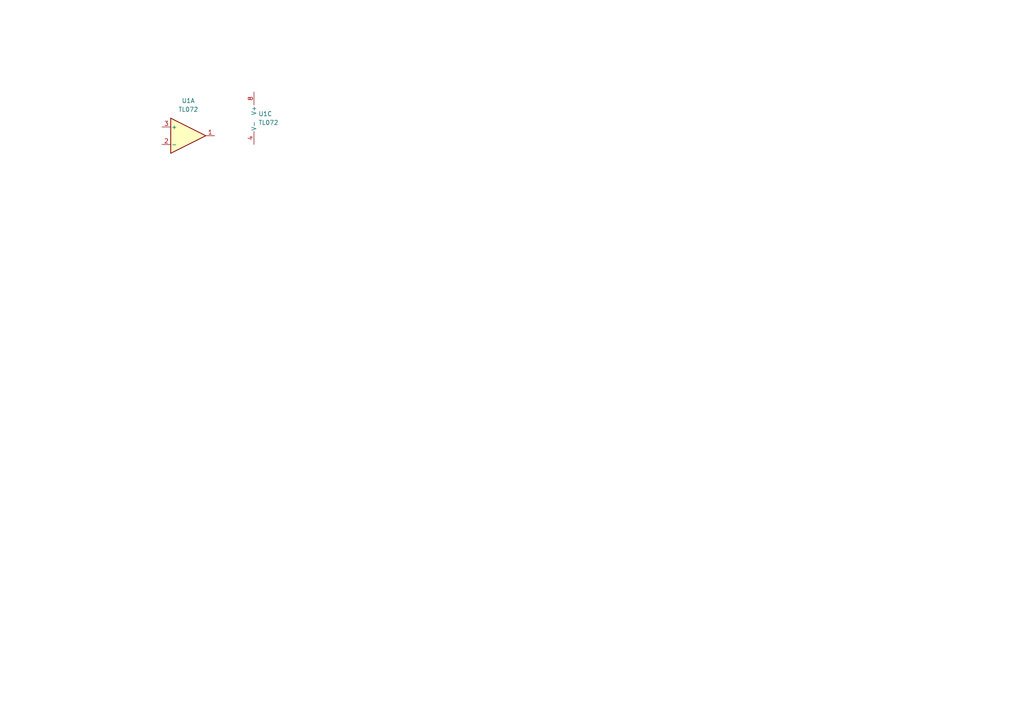
<source format=kicad_sch>
(kicad_sch (version 20211123) (generator eeschema)
  (paper "A4")
  (lib_symbols
    (symbol "Amplifier_Operational:TL072" (pin_names (offset 0.127))
      (property "Reference" "U" (at 0 5.08 0))
      (property "Value" "TL072" (at 0 -5.08 0))
      (symbol "TL072_1_1"
        (polyline (pts (xy -5.08 5.08) (xy 5.08 0) (xy -5.08 -5.08) (xy -5.08 5.08)) (stroke (width 0.254)) (fill (type background)))
        (pin output line (at 7.62 0 180) (length 2.54) (name "~") (number "1"))
        (pin input line (at -7.62 -2.54 0) (length 2.54) (name "-") (number "2"))
        (pin input line (at -7.62 2.54 0) (length 2.54) (name "+") (number "3"))
      )
      (symbol "TL072_2_1"
        (polyline (pts (xy -5.08 5.08) (xy 5.08 0) (xy -5.08 -5.08) (xy -5.08 5.08)) (stroke (width 0.254)) (fill (type background)))
        (pin input line (at -7.62 2.54 0) (length 2.54) (name "+") (number "5"))
        (pin input line (at -7.62 -2.54 0) (length 2.54) (name "-") (number "6"))
        (pin output line (at 7.62 0 180) (length 2.54) (name "~") (number "7"))
      )
      (symbol "TL072_3_1"
        (pin power_in line (at -2.54 -7.62 90) (length 3.81) (name "V-") (number "4"))
        (pin power_in line (at -2.54 7.62 270) (length 3.81) (name "V+") (number "8"))
      )
    )
  )
  (symbol (lib_id "Amplifier_Operational:TL072") (at 76.2 34.29 0) (unit 3)
    (property "Reference" "U1" (at 74.93 33.0199 0) (effects (justify left)))
    (property "Value" "TL072" (at 74.93 35.5599 0) (effects (justify left)))
    (property "Datasheet" "http://www.ti.com/lit/ds/symlink/tl071.pdf" (effects hide))
  )
  (symbol (lib_id "Amplifier_Operational:TL072") (at 54.61 39.37 0) (unit 1)
    (property "Reference" "U1" (at 54.61 29.21 0))
    (property "Value" "TL072" (at 54.61 31.75 0))
    (property "Datasheet" "http://www.ti.com/lit/ds/symlink/tl071.pdf" (effects hide))
  )
)
</source>
